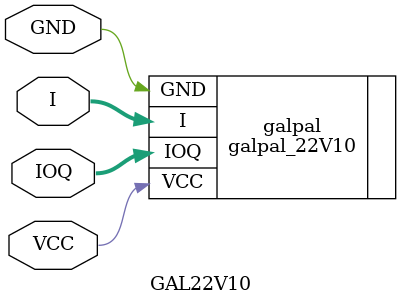
<source format=v>
/* Autogenerated from test/GAL22V10.jed by galpal */

module GAL22V10 (
	input	[11:0]	I,
	inout	[9:0]	IOQ,
	input	VCC,
	input	GND
);

galpal_22V10 #(
	.FUSE(5892'b000000000000000000000000000011001000110001101010010011000100110010000000101011110101101111111111111111111111111111111111111111110000000000000000000000000000000000000000000000000000000000000000000000000000000000000000000000000000000000000000000000000000000000000000000000000000000000000000000000000000000000000000000000000000000000000000000000000000000000000000000000000000000000000000000000000000000000000000000000000000000000000000000000000000000000000000000000000000000000000000000000000000000000000000000000000000000000000000000000000000000000000000000000000000000000000000000000000000000000000000000000000000000000000000000000000000000000000000000000000000000000000000000000000000000000000000000000000000000000000000000000000000000000000000000000000000000000000000000000000000000000000000000000000000000000000000000000000000000000000000000000000000000000000000000000000000000000000000000000000000000000000000000000000000000000000000000000000000000000000000000000000000000000000000000000000000000000000000000000000000000000000000000000000000000000000000000000000000000000000000000000000000000000000000000000000000000000000000000000000000000000000000000000000000000000000000000000000000000000000000000000000000000000000000000000000000000000000000000000000000000000000000000000000000000000000000000000000000000000000000000000000000000000000000000000000000000000000000000000000000000000000000000000000000000000000000000000000000000000000000000000000000000000000000000000000000000000000000000000000000000000000000000000000000000000000000000000000000000000000000000000000000000000000000000000000000000000000000000000000000000000000000000000000000000000000000000000000000000000000000000000000000000000000000000000000000000000000000000000000000000000000000000000000000000000000000000000000000000000000000000000000000000000000000000000000000000000000000000000000000000000000000000000000000000000000000000000000000000000000000000000000000000000000000000000000000000000000000000000000000000000000000000000000000000000000000000000000000000000000000000000000000000000000000000000000000000000000000000000000000000000000000000000000000000000000000000000000000000000000000000000000000000000000000000000000000000000000000000000000000000000000000000000000000000000000000000000000000000000000000000000000000000000000000000000000000000000000000000000000000000000000000000000000000000000000000000000000000000000000000000000000000000000000000000000000000000000000000000000000000000000000000000000000000000000000000000000000000000000000000000000000000000000000000000000000000000000000000000000000000000000000000000000000000000000000000000000000000000000000000000000000000000000000000000000000000000000000000000000000000000000000000000000000000000000000000000000000000000000000000000000000000000000000000000000000000000000000000000000000000000000000000000000000000000000000000000000000000000000000000000000000000000000000000000000000000000000000000000000000000000000000000000000000000000000000000000000000000000000000000000000000000000000000000000000000000000000000000000000000000000000000000000000000000000000000000000000000000000000000000000000000000000000000000000000000000000000000000000000000000000000000000000000000000000000000000000000000000000000000000000000000000000000000000000000000000000000000000000000000000000000000000000000000000000000000000000000000000000000000000000000000000000000000000000000000000000000000000000000000000000000000000000000000000000000000000000000000000000000000000000000000000000000000000000000000000000000000000000000000000000000000000000000000000000000000000000000000000000000000000000000000000000000000000000000000000000000000000000000000000000000000000000000000000000000000000000000000000000000000000000000000000000000000000000000000000000000000000000000000000000000000000000000000000000000000000000000000000000000000000000000000000000000000000000000000000000000000000000000000000000000000000000000000000000000000000000000000000000000000000000000000000000000000000000000000000000000000000000000000000000000000000000000000000000000000000000000000000000000000000000000000000000000000000000000000000000000000000000000000000000000000000000000000000000000000000000000000000000000000000000000000000000000001111111111111111111011111111111111111111111111111111111111111111111011111111111111111111111111111111111111111111111011111111111111111111111111111111111111111111111111111111111100000000000000000000000000000000000000000000000000000000000000000000000000000000000000000000000000000000000000000000000000000000000000000000000000000000000000000000000000000000000000000000000000000000000000000000000000000000000000000000000000000000000000000000000000000000000000000000000000000000000000000000000000000000000000000000000000000000000000000000000000000000000000000000000000000000000000000000000000000000000000000000000000000000000000000000000000000000000000000000000000001111111111111111111110111111101111111111111111111111111111111111111111111111111111111111000000000000000000000000000000000000000000000000000000000000000000000000000000000000000000000000000000000000000000000000000000000000000000000000000000000000000000000000000000000000000000000000000000000000000000000000000000000000000000000000000000000000000000000000000000000000000000000000000000000000000000000000000000000000000000000000000000000000000000000000000000000000000000000000000000000000111111111111111111111111111111101111111111111111111111111111111110111111101111111111111100000000000000000000000000000000000000000000000000000000000000000000000000000000000000000000000000000000000000000000000000000000000000000000000000000000000000000000000000000000000000000000000000000000000000000000000000000000000000000000000000000000000000000000000000000000000000000000000000000000000000000000111111111111111111111111111111111110111011111111111111111111111111111011111111111111111111111011111111111110111111111111111111111111)
	) galpal (
	.I(I),
	.IOQ(IOQ),
	.VCC(VCC),
	.GND(GND)
);

endmodule

</source>
